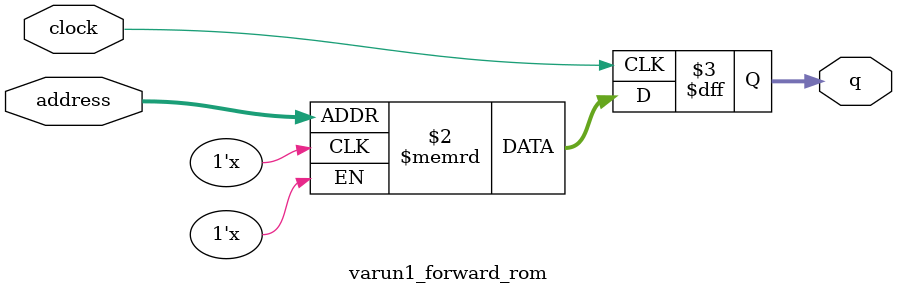
<source format=sv>
module varun1_forward_rom (
	input logic clock,
	input logic [11:0] address,
	output logic [8:0] q
);

logic [8:0] memory [0:2149] /* synthesis ram_init_file = "./varun1_forward/varun1_forward.mif" */;

always_ff @ (posedge clock) begin
	q <= memory[address];
end

endmodule

</source>
